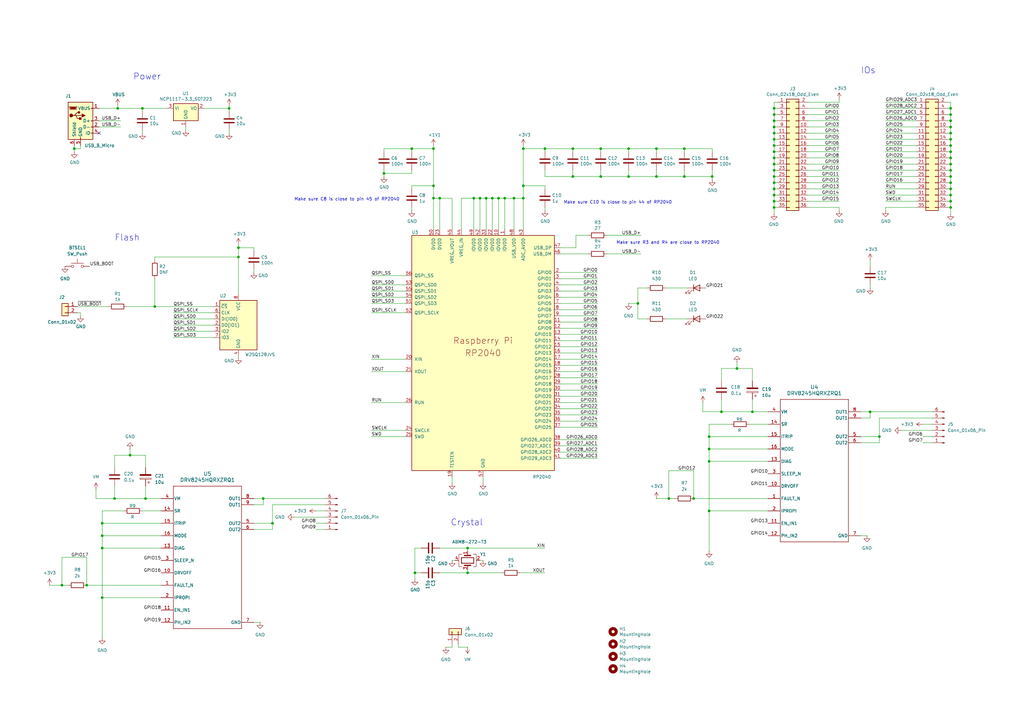
<source format=kicad_sch>
(kicad_sch (version 20231120) (generator "eeschema") (generator_version "8.0")
  (paper "A3")
  (title_block (title "RP2040 Minimal Design Example") (date "2024-01-16") (rev "REV2") (company "Raspberry Pi Ltd"))
  (junction (at 201.93 81.28))
  (junction (at 389.89 49.53))
  (junction (at 199.39 81.28))
  (junction (at 317.5 52.07))
  (junction (at 290.83 179.07))
  (junction (at 389.89 85.09))
  (junction (at 25.4 240.03))
  (junction (at 389.89 52.07))
  (junction (at 97.79 105.41))
  (junction (at 46.99 204.47))
  (junction (at 177.8 76.2))
  (junction (at 356.87 168.91))
  (junction (at 214.63 76.2))
  (junction (at 168.91 60.96))
  (junction (at 389.89 67.31))
  (junction (at 35.56 240.03))
  (junction (at 170.18 234.95))
  (junction (at 223.52 60.96))
  (junction (at 317.5 67.31))
  (junction (at 317.5 44.45))
  (junction (at 246.38 72.39))
  (junction (at 389.89 77.47))
  (junction (at 317.5 82.55))
  (junction (at 257.81 60.96))
  (junction (at 290.83 184.15))
  (junction (at 191.77 224.79))
  (junction (at 246.38 60.96))
  (junction (at 177.8 81.28))
  (junction (at 41.91 219.71))
  (junction (at 53.34 186.69))
  (junction (at 261.62 124.46))
  (junction (at 180.34 81.28))
  (junction (at 204.47 81.28))
  (junction (at 389.89 57.15))
  (junction (at 157.48 71.12))
  (junction (at 295.91 168.91))
  (junction (at 274.32 204.47))
  (junction (at 93.98 44.45))
  (junction (at 41.91 214.63))
  (junction (at 389.89 62.23))
  (junction (at 280.67 60.96))
  (junction (at 290.83 209.55))
  (junction (at 107.95 204.47))
  (junction (at 317.5 77.47))
  (junction (at 41.91 245.11))
  (junction (at 389.89 74.93))
  (junction (at 317.5 46.99))
  (junction (at 292.1 72.39))
  (junction (at 191.77 234.95))
  (junction (at 302.26 151.13))
  (junction (at 389.89 46.99))
  (junction (at 317.5 54.61))
  (junction (at 48.26 44.45))
  (junction (at 257.81 72.39))
  (junction (at 41.91 224.79))
  (junction (at 389.89 82.55))
  (junction (at 97.79 101.6))
  (junction (at 317.5 64.77))
  (junction (at 317.5 59.69))
  (junction (at 30.48 60.96))
  (junction (at 177.8 60.96))
  (junction (at 389.89 54.61))
  (junction (at 234.95 72.39))
  (junction (at 269.24 72.39))
  (junction (at 317.5 62.23))
  (junction (at 389.89 69.85))
  (junction (at 317.5 80.01))
  (junction (at 58.42 44.45))
  (junction (at 59.69 204.47))
  (junction (at 389.89 59.69))
  (junction (at 389.89 44.45))
  (junction (at 317.5 74.93))
  (junction (at 207.01 81.28))
  (junction (at 214.63 81.28))
  (junction (at 317.5 57.15))
  (junction (at 63.5 125.73))
  (junction (at 360.68 179.07))
  (junction (at 317.5 85.09))
  (junction (at 317.5 72.39))
  (junction (at 317.5 69.85))
  (junction (at 389.89 72.39))
  (junction (at 389.89 64.77))
  (junction (at 196.85 81.28))
  (junction (at 214.63 60.96))
  (junction (at 389.89 80.01))
  (junction (at 290.83 189.23))
  (junction (at 194.31 81.28))
  (junction (at 269.24 60.96))
  (junction (at 280.67 72.39))
  (junction (at 111.76 214.63))
  (junction (at 317.5 49.53))
  (junction (at 308.61 168.91))
  (junction (at 284.48 204.47))
  (junction (at 210.82 81.28))
  (junction (at 234.95 60.96))
  (no_connect (at 40.64 54.61))
  (wire (pts (xy 299.72 173.99) (xy 290.83 173.99)))
  (wire (pts (xy 177.8 81.28) (xy 177.8 93.98)))
  (wire (pts (xy 229.87 137.16) (xy 245.11 137.16)))
  (wire (pts (xy 157.48 71.12) (xy 168.91 71.12)))
  (wire (pts (xy 236.22 96.52) (xy 236.22 101.6)))
  (wire (pts (xy 389.89 67.31) (xy 389.89 69.85)))
  (wire (pts (xy 48.26 44.45) (xy 58.42 44.45)))
  (wire (pts (xy 295.91 168.91) (xy 308.61 168.91)))
  (wire (pts (xy 375.92 54.61) (xy 363.22 54.61)))
  (wire (pts (xy 246.38 60.96) (xy 257.81 60.96)))
  (wire (pts (xy 269.24 204.47) (xy 274.32 204.47)))
  (wire (pts (xy 111.76 207.01) (xy 133.35 207.01)))
  (wire (pts (xy 207.01 81.28) (xy 210.82 81.28)))
  (wire (pts (xy 41.91 219.71) (xy 66.04 219.71)))
  (wire (pts (xy 290.83 189.23) (xy 314.96 189.23)))
  (wire (pts (xy 104.14 217.17) (xy 111.76 217.17)))
  (wire (pts (xy 344.17 62.23) (xy 331.47 62.23)))
  (wire (pts (xy 317.5 74.93) (xy 317.5 77.47)))
  (wire (pts (xy 290.83 179.07) (xy 290.83 184.15)))
  (wire (pts (xy 356.87 116.84) (xy 356.87 118.11)))
  (wire (pts (xy 87.63 138.43) (xy 71.12 138.43)))
  (wire (pts (xy 129.54 209.55) (xy 133.35 209.55)))
  (wire (pts (xy 246.38 62.23) (xy 246.38 60.96)))
  (wire (pts (xy 177.8 59.69) (xy 177.8 60.96)))
  (wire (pts (xy 229.87 149.86) (xy 245.11 149.86)))
  (wire (pts (xy 389.89 52.07) (xy 389.89 54.61)))
  (wire (pts (xy 375.92 62.23) (xy 363.22 62.23)))
  (wire (pts (xy 261.62 130.81) (xy 265.43 130.81)))
  (wire (pts (xy 97.79 101.6) (xy 97.79 105.41)))
  (wire (pts (xy 104.14 214.63) (xy 111.76 214.63)))
  (wire (pts (xy 58.42 53.34) (xy 58.42 54.61)))
  (wire (pts (xy 229.87 175.26) (xy 245.11 175.26)))
  (wire (pts (xy 39.37 200.66) (xy 39.37 204.47)))
  (wire (pts (xy 194.31 81.28) (xy 196.85 81.28)))
  (wire (pts (xy 229.87 170.18) (xy 245.11 170.18)))
  (wire (pts (xy 48.26 43.18) (xy 48.26 44.45)))
  (wire (pts (xy 229.87 104.14) (xy 241.3 104.14)))
  (wire (pts (xy 191.77 265.43) (xy 187.96 265.43)))
  (wire (pts (xy 265.43 118.11) (xy 261.62 118.11)))
  (wire (pts (xy 344.17 86.36) (xy 344.17 85.09)))
  (wire (pts (xy 360.68 179.07) (xy 360.68 171.45)))
  (wire (pts (xy 53.34 184.15) (xy 53.34 186.69)))
  (wire (pts (xy 229.87 111.76) (xy 245.11 111.76)))
  (wire (pts (xy 257.81 124.46) (xy 261.62 124.46)))
  (wire (pts (xy 71.12 128.27) (xy 87.63 128.27)))
  (wire (pts (xy 41.91 224.79) (xy 66.04 224.79)))
  (wire (pts (xy 97.79 100.33) (xy 97.79 101.6)))
  (wire (pts (xy 248.92 96.52) (xy 262.89 96.52)))
  (wire (pts (xy 318.77 85.09) (xy 317.5 85.09)))
  (wire (pts (xy 25.4 228.6) (xy 35.56 228.6)))
  (wire (pts (xy 185.42 93.98) (xy 185.42 81.28)))
  (wire (pts (xy 389.89 74.93) (xy 389.89 77.47)))
  (wire (pts (xy 318.77 41.91) (xy 317.5 41.91)))
  (wire (pts (xy 344.17 85.09) (xy 331.47 85.09)))
  (wire (pts (xy 389.89 44.45) (xy 389.89 46.99)))
  (wire (pts (xy 314.96 179.07) (xy 290.83 179.07)))
  (wire (pts (xy 246.38 69.85) (xy 246.38 72.39)))
  (wire (pts (xy 46.99 199.39) (xy 46.99 204.47)))
  (wire (pts (xy 229.87 116.84) (xy 245.11 116.84)))
  (wire (pts (xy 58.42 45.72) (xy 58.42 44.45)))
  (wire (pts (xy 177.8 76.2) (xy 177.8 81.28)))
  (wire (pts (xy 389.89 49.53) (xy 389.89 52.07)))
  (wire (pts (xy 185.42 229.87) (xy 186.69 229.87)))
  (wire (pts (xy 189.23 81.28) (xy 194.31 81.28)))
  (wire (pts (xy 157.48 60.96) (xy 168.91 60.96)))
  (wire (pts (xy 302.26 151.13) (xy 308.61 151.13)))
  (wire (pts (xy 344.17 59.69) (xy 331.47 59.69)))
  (wire (pts (xy 229.87 185.42) (xy 245.11 185.42)))
  (wire (pts (xy 63.5 114.3) (xy 63.5 125.73)))
  (wire (pts (xy 353.06 171.45) (xy 356.87 171.45)))
  (wire (pts (xy 389.89 80.01) (xy 389.89 82.55)))
  (wire (pts (xy 317.5 77.47) (xy 317.5 80.01)))
  (wire (pts (xy 187.96 264.16) (xy 187.96 265.43)))
  (wire (pts (xy 157.48 69.85) (xy 157.48 71.12)))
  (wire (pts (xy 273.05 118.11) (xy 281.94 118.11)))
  (wire (pts (xy 317.5 49.53) (xy 317.5 52.07)))
  (wire (pts (xy 39.37 204.47) (xy 46.99 204.47)))
  (wire (pts (xy 318.77 67.31) (xy 317.5 67.31)))
  (wire (pts (xy 196.85 229.87) (xy 198.12 229.87)))
  (wire (pts (xy 318.77 64.77) (xy 317.5 64.77)))
  (wire (pts (xy 152.4 124.46) (xy 166.37 124.46)))
  (wire (pts (xy 344.17 80.01) (xy 331.47 80.01)))
  (wire (pts (xy 388.62 49.53) (xy 389.89 49.53)))
  (wire (pts (xy 180.34 224.79) (xy 191.77 224.79)))
  (wire (pts (xy 344.17 72.39) (xy 331.47 72.39)))
  (wire (pts (xy 308.61 163.83) (xy 308.61 168.91)))
  (wire (pts (xy 388.62 46.99) (xy 389.89 46.99)))
  (wire (pts (xy 308.61 168.91) (xy 314.96 168.91)))
  (wire (pts (xy 93.98 45.72) (xy 93.98 44.45)))
  (wire (pts (xy 214.63 81.28) (xy 214.63 93.98)))
  (wire (pts (xy 168.91 60.96) (xy 177.8 60.96)))
  (wire (pts (xy 284.48 204.47) (xy 314.96 204.47)))
  (wire (pts (xy 44.45 125.73) (xy 31.75 125.73)))
  (wire (pts (xy 375.92 49.53) (xy 363.22 49.53)))
  (wire (pts (xy 214.63 76.2) (xy 223.52 76.2)))
  (wire (pts (xy 97.79 146.685) (xy 97.79 146.05)))
  (wire (pts (xy 360.68 181.61) (xy 360.68 179.07)))
  (wire (pts (xy 199.39 93.98) (xy 199.39 81.28)))
  (wire (pts (xy 40.64 49.53) (xy 49.53 49.53)))
  (wire (pts (xy 344.17 69.85) (xy 331.47 69.85)))
  (wire (pts (xy 177.8 60.96) (xy 177.8 76.2)))
  (wire (pts (xy 295.91 151.13) (xy 302.26 151.13)))
  (wire (pts (xy 210.82 81.28) (xy 214.63 81.28)))
  (wire (pts (xy 152.4 119.38) (xy 166.37 119.38)))
  (wire (pts (xy 274.32 193.04) (xy 274.32 204.47)))
  (wire (pts (xy 166.37 165.1) (xy 152.4 165.1)))
  (wire (pts (xy 111.76 214.63) (xy 111.76 207.01)))
  (wire (pts (xy 59.69 199.39) (xy 59.69 204.47)))
  (wire (pts (xy 273.05 130.81) (xy 281.94 130.81)))
  (wire (pts (xy 269.24 62.23) (xy 269.24 60.96)))
  (wire (pts (xy 375.92 44.45) (xy 363.22 44.45)))
  (wire (pts (xy 378.46 179.07) (xy 382.27 179.07)))
  (wire (pts (xy 196.85 81.28) (xy 199.39 81.28)))
  (wire (pts (xy 87.63 133.35) (xy 71.12 133.35)))
  (wire (pts (xy 344.17 52.07) (xy 331.47 52.07)))
  (wire (pts (xy 389.89 62.23) (xy 389.89 64.77)))
  (wire (pts (xy 344.17 46.99) (xy 331.47 46.99)))
  (wire (pts (xy 388.62 82.55) (xy 389.89 82.55)))
  (wire (pts (xy 223.52 62.23) (xy 223.52 60.96)))
  (wire (pts (xy 318.77 52.07) (xy 317.5 52.07)))
  (wire (pts (xy 378.46 173.99) (xy 382.27 173.99)))
  (wire (pts (xy 41.91 209.55) (xy 41.91 214.63)))
  (wire (pts (xy 317.5 54.61) (xy 317.5 57.15)))
  (wire (pts (xy 214.63 60.96) (xy 223.52 60.96)))
  (wire (pts (xy 104.14 101.6) (xy 97.79 101.6)))
  (wire (pts (xy 207.01 81.28) (xy 207.01 93.98)))
  (wire (pts (xy 196.85 93.98) (xy 196.85 81.28)))
  (wire (pts (xy 388.62 67.31) (xy 389.89 67.31)))
  (wire (pts (xy 33.02 59.69) (xy 33.02 60.96)))
  (wire (pts (xy 191.77 233.68) (xy 191.77 234.95)))
  (wire (pts (xy 170.18 234.95) (xy 170.18 237.49)))
  (wire (pts (xy 295.91 156.21) (xy 295.91 151.13)))
  (wire (pts (xy 229.87 101.6) (xy 236.22 101.6)))
  (wire (pts (xy 290.83 209.55) (xy 290.83 189.23)))
  (wire (pts (xy 129.54 214.63) (xy 133.35 214.63)))
  (wire (pts (xy 284.48 204.47) (xy 284.48 193.04)))
  (wire (pts (xy 104.14 207.01) (xy 107.95 207.01)))
  (wire (pts (xy 389.89 64.77) (xy 389.89 67.31)))
  (wire (pts (xy 388.62 54.61) (xy 389.89 54.61)))
  (wire (pts (xy 214.63 60.96) (xy 214.63 76.2)))
  (wire (pts (xy 388.62 59.69) (xy 389.89 59.69)))
  (wire (pts (xy 76.2 52.07) (xy 76.2 53.34)))
  (wire (pts (xy 166.37 152.4) (xy 152.4 152.4)))
  (wire (pts (xy 166.37 113.03) (xy 152.4 113.03)))
  (wire (pts (xy 317.5 72.39) (xy 317.5 74.93)))
  (wire (pts (xy 269.24 60.96) (xy 280.67 60.96)))
  (wire (pts (xy 292.1 69.85) (xy 292.1 72.39)))
  (wire (pts (xy 213.36 234.95) (xy 223.52 234.95)))
  (wire (pts (xy 356.87 168.91) (xy 382.27 168.91)))
  (wire (pts (xy 83.82 44.45) (xy 93.98 44.45)))
  (wire (pts (xy 229.87 147.32) (xy 245.11 147.32)))
  (wire (pts (xy 318.77 46.99) (xy 317.5 46.99)))
  (wire (pts (xy 375.92 72.39) (xy 363.22 72.39)))
  (wire (pts (xy 229.87 127) (xy 245.11 127)))
  (wire (pts (xy 168.91 71.12) (xy 168.91 69.85)))
  (wire (pts (xy 318.77 77.47) (xy 317.5 77.47)))
  (wire (pts (xy 234.95 62.23) (xy 234.95 60.96)))
  (wire (pts (xy 234.95 72.39) (xy 223.52 72.39)))
  (wire (pts (xy 229.87 180.34) (xy 245.11 180.34)))
  (wire (pts (xy 308.61 151.13) (xy 308.61 156.21)))
  (wire (pts (xy 25.4 240.03) (xy 27.94 240.03)))
  (wire (pts (xy 214.63 76.2) (xy 214.63 81.28)))
  (wire (pts (xy 389.89 72.39) (xy 389.89 74.93)))
  (wire (pts (xy 214.63 59.69) (xy 214.63 60.96)))
  (wire (pts (xy 389.89 46.99) (xy 389.89 49.53)))
  (wire (pts (xy 50.8 209.55) (xy 41.91 209.55)))
  (wire (pts (xy 229.87 129.54) (xy 245.11 129.54)))
  (wire (pts (xy 168.91 77.47) (xy 168.91 76.2)))
  (wire (pts (xy 87.63 135.89) (xy 71.12 135.89)))
  (wire (pts (xy 31.75 128.27) (xy 33.02 128.27)))
  (wire (pts (xy 234.95 60.96) (xy 246.38 60.96)))
  (wire (pts (xy 317.5 41.91) (xy 317.5 44.45)))
  (wire (pts (xy 378.46 181.61) (xy 382.27 181.61)))
  (wire (pts (xy 375.92 69.85) (xy 363.22 69.85)))
  (wire (pts (xy 52.07 125.73) (xy 63.5 125.73)))
  (wire (pts (xy 318.77 59.69) (xy 317.5 59.69)))
  (wire (pts (xy 317.5 85.09) (xy 317.5 87.63)))
  (wire (pts (xy 388.62 85.09) (xy 389.89 85.09)))
  (wire (pts (xy 30.48 59.69) (xy 30.48 60.96)))
  (wire (pts (xy 290.83 184.15) (xy 314.96 184.15)))
  (wire (pts (xy 317.5 82.55) (xy 317.5 85.09)))
  (wire (pts (xy 229.87 187.96) (xy 245.11 187.96)))
  (wire (pts (xy 388.62 41.91) (xy 389.89 41.91)))
  (wire (pts (xy 104.14 204.47) (xy 107.95 204.47)))
  (wire (pts (xy 290.83 226.06) (xy 290.83 209.55)))
  (wire (pts (xy 41.91 245.11) (xy 41.91 224.79)))
  (wire (pts (xy 363.22 85.09) (xy 375.92 85.09)))
  (wire (pts (xy 317.5 59.69) (xy 317.5 62.23)))
  (wire (pts (xy 317.5 44.45) (xy 317.5 46.99)))
  (wire (pts (xy 317.5 64.77) (xy 317.5 67.31)))
  (wire (pts (xy 234.95 69.85) (xy 234.95 72.39)))
  (wire (pts (xy 288.29 168.91) (xy 295.91 168.91)))
  (wire (pts (xy 317.5 80.01) (xy 317.5 82.55)))
  (wire (pts (xy 180.34 93.98) (xy 180.34 81.28)))
  (wire (pts (xy 389.89 59.69) (xy 389.89 62.23)))
  (wire (pts (xy 280.67 72.39) (xy 292.1 72.39)))
  (wire (pts (xy 317.5 57.15) (xy 317.5 59.69)))
  (wire (pts (xy 33.02 60.96) (xy 30.48 60.96)))
  (wire (pts (xy 375.92 77.47) (xy 363.22 77.47)))
  (wire (pts (xy 344.17 57.15) (xy 331.47 57.15)))
  (wire (pts (xy 274.32 204.47) (xy 276.86 204.47)))
  (wire (pts (xy 68.58 44.45) (xy 58.42 44.45)))
  (wire (pts (xy 261.62 124.46) (xy 261.62 130.81)))
  (wire (pts (xy 269.24 69.85) (xy 269.24 72.39)))
  (wire (pts (xy 388.62 74.93) (xy 389.89 74.93)))
  (wire (pts (xy 388.62 72.39) (xy 389.89 72.39)))
  (wire (pts (xy 223.52 60.96) (xy 234.95 60.96)))
  (wire (pts (xy 223.52 85.09) (xy 223.52 86.36)))
  (wire (pts (xy 388.62 77.47) (xy 389.89 77.47)))
  (wire (pts (xy 229.87 132.08) (xy 245.11 132.08)))
  (wire (pts (xy 318.77 72.39) (xy 317.5 72.39)))
  (wire (pts (xy 204.47 93.98) (xy 204.47 81.28)))
  (wire (pts (xy 318.77 80.01) (xy 317.5 80.01)))
  (wire (pts (xy 180.34 234.95) (xy 191.77 234.95)))
  (wire (pts (xy 318.77 49.53) (xy 317.5 49.53)))
  (wire (pts (xy 172.72 234.95) (xy 170.18 234.95)))
  (wire (pts (xy 46.99 204.47) (xy 59.69 204.47)))
  (wire (pts (xy 344.17 82.55) (xy 331.47 82.55)))
  (wire (pts (xy 191.77 234.95) (xy 205.74 234.95)))
  (wire (pts (xy 59.69 186.69) (xy 59.69 191.77)))
  (wire (pts (xy 318.77 82.55) (xy 317.5 82.55)))
  (wire (pts (xy 307.34 173.99) (xy 314.96 173.99)))
  (wire (pts (xy 229.87 119.38) (xy 245.11 119.38)))
  (wire (pts (xy 107.95 207.01) (xy 107.95 204.47)))
  (wire (pts (xy 292.1 62.23) (xy 292.1 60.96)))
  (wire (pts (xy 166.37 179.07) (xy 152.4 179.07)))
  (wire (pts (xy 199.39 81.28) (xy 201.93 81.28)))
  (wire (pts (xy 317.5 62.23) (xy 317.5 64.77)))
  (wire (pts (xy 292.1 72.39) (xy 292.1 73.66)))
  (wire (pts (xy 388.62 57.15) (xy 389.89 57.15)))
  (wire (pts (xy 356.87 106.68) (xy 356.87 109.22)))
  (wire (pts (xy 229.87 157.48) (xy 245.11 157.48)))
  (wire (pts (xy 318.77 62.23) (xy 317.5 62.23)))
  (wire (pts (xy 389.89 41.91) (xy 389.89 44.45)))
  (wire (pts (xy 295.91 163.83) (xy 295.91 168.91)))
  (wire (pts (xy 360.68 171.45) (xy 382.27 171.45)))
  (wire (pts (xy 166.37 128.27) (xy 152.4 128.27)))
  (wire (pts (xy 274.32 193.04) (xy 284.48 193.04)))
  (wire (pts (xy 318.77 69.85) (xy 317.5 69.85)))
  (wire (pts (xy 198.12 195.58) (xy 198.12 198.12)))
  (wire (pts (xy 344.17 41.91) (xy 344.17 40.64)))
  (wire (pts (xy 168.91 76.2) (xy 177.8 76.2)))
  (wire (pts (xy 229.87 154.94) (xy 245.11 154.94)))
  (wire (pts (xy 87.63 130.81) (xy 71.12 130.81)))
  (wire (pts (xy 246.38 72.39) (xy 234.95 72.39)))
  (wire (pts (xy 375.92 52.07) (xy 363.22 52.07)))
  (wire (pts (xy 223.52 69.85) (xy 223.52 72.39)))
  (wire (pts (xy 375.92 57.15) (xy 363.22 57.15)))
  (wire (pts (xy 344.17 64.77) (xy 331.47 64.77)))
  (wire (pts (xy 389.89 77.47) (xy 389.89 80.01)))
  (wire (pts (xy 375.92 80.01) (xy 363.22 80.01)))
  (wire (pts (xy 344.17 49.53) (xy 331.47 49.53)))
  (wire (pts (xy 185.42 195.58) (xy 185.42 198.12)))
  (wire (pts (xy 229.87 160.02) (xy 245.11 160.02)))
  (wire (pts (xy 172.72 224.79) (xy 170.18 224.79)))
  (wire (pts (xy 229.87 139.7) (xy 245.11 139.7)))
  (wire (pts (xy 375.92 82.55) (xy 363.22 82.55)))
  (wire (pts (xy 41.91 214.63) (xy 41.91 219.71)))
  (wire (pts (xy 229.87 165.1) (xy 245.11 165.1)))
  (wire (pts (xy 318.77 54.61) (xy 317.5 54.61)))
  (wire (pts (xy 35.56 240.03) (xy 66.04 240.03)))
  (wire (pts (xy 120.65 212.09) (xy 133.35 212.09)))
  (wire (pts (xy 180.34 81.28) (xy 177.8 81.28)))
  (wire (pts (xy 104.14 255.27) (xy 106.68 255.27)))
  (wire (pts (xy 248.92 104.14) (xy 262.89 104.14)))
  (wire (pts (xy 388.62 64.77) (xy 389.89 64.77)))
  (wire (pts (xy 41.91 219.71) (xy 41.91 224.79)))
  (wire (pts (xy 353.06 168.91) (xy 356.87 168.91)))
  (wire (pts (xy 388.62 52.07) (xy 389.89 52.07)))
  (wire (pts (xy 229.87 144.78) (xy 245.11 144.78)))
  (wire (pts (xy 353.06 179.07) (xy 360.68 179.07)))
  (wire (pts (xy 58.42 209.55) (xy 66.04 209.55)))
  (wire (pts (xy 280.67 72.39) (xy 269.24 72.39)))
  (wire (pts (xy 170.18 224.79) (xy 170.18 234.95)))
  (wire (pts (xy 46.99 191.77) (xy 46.99 186.69)))
  (wire (pts (xy 317.5 67.31) (xy 317.5 69.85)))
  (wire (pts (xy 290.83 184.15) (xy 290.83 189.23)))
  (wire (pts (xy 317.5 52.07) (xy 317.5 54.61)))
  (wire (pts (xy 317.5 46.99) (xy 317.5 49.53)))
  (wire (pts (xy 288.29 165.1) (xy 288.29 168.91)))
  (wire (pts (xy 191.77 226.06) (xy 191.77 224.79)))
  (wire (pts (xy 152.4 116.84) (xy 166.37 116.84)))
  (wire (pts (xy 353.06 219.71) (xy 355.6 219.71)))
  (wire (pts (xy 363.22 86.36) (xy 363.22 85.09)))
  (wire (pts (xy 201.93 81.28) (xy 204.47 81.28)))
  (wire (pts (xy 229.87 134.62) (xy 245.11 134.62)))
  (wire (pts (xy 388.62 62.23) (xy 389.89 62.23)))
  (wire (pts (xy 229.87 152.4) (xy 245.11 152.4)))
  (wire (pts (xy 344.17 67.31) (xy 331.47 67.31)))
  (wire (pts (xy 20.32 240.03) (xy 25.4 240.03)))
  (wire (pts (xy 157.48 62.23) (xy 157.48 60.96)))
  (wire (pts (xy 25.4 228.6) (xy 25.4 240.03)))
  (wire (pts (xy 389.89 57.15) (xy 389.89 59.69)))
  (wire (pts (xy 236.22 96.52) (xy 241.3 96.52)))
  (wire (pts (xy 104.14 110.49) (xy 104.14 111.76)))
  (wire (pts (xy 157.48 71.12) (xy 157.48 72.39)))
  (wire (pts (xy 280.67 69.85) (xy 280.67 72.39)))
  (wire (pts (xy 152.4 147.32) (xy 166.37 147.32)))
  (wire (pts (xy 229.87 142.24) (xy 245.11 142.24)))
  (wire (pts (xy 344.17 77.47) (xy 331.47 77.47)))
  (wire (pts (xy 257.81 60.96) (xy 269.24 60.96)))
  (wire (pts (xy 388.62 44.45) (xy 389.89 44.45)))
  (wire (pts (xy 318.77 74.93) (xy 317.5 74.93)))
  (wire (pts (xy 375.92 41.91) (xy 363.22 41.91)))
  (wire (pts (xy 344.17 44.45) (xy 331.47 44.45)))
  (wire (pts (xy 223.52 77.47) (xy 223.52 76.2)))
  (wire (pts (xy 182.88 265.43) (xy 185.42 265.43)))
  (wire (pts (xy 375.92 59.69) (xy 363.22 59.69)))
  (wire (pts (xy 344.17 54.61) (xy 331.47 54.61)))
  (wire (pts (xy 152.4 121.92) (xy 166.37 121.92)))
  (wire (pts (xy 389.89 69.85) (xy 389.89 72.39)))
  (wire (pts (xy 229.87 124.46) (xy 245.11 124.46)))
  (wire (pts (xy 317.5 69.85) (xy 317.5 72.39)))
  (wire (pts (xy 229.87 167.64) (xy 245.11 167.64)))
  (wire (pts (xy 229.87 114.3) (xy 245.11 114.3)))
  (wire (pts (xy 257.81 72.39) (xy 246.38 72.39)))
  (wire (pts (xy 318.77 57.15) (xy 317.5 57.15)))
  (wire (pts (xy 35.56 240.03) (xy 35.56 228.6)))
  (wire (pts (xy 104.14 102.87) (xy 104.14 101.6)))
  (wire (pts (xy 269.24 72.39) (xy 257.81 72.39)))
  (wire (pts (xy 356.87 171.45) (xy 356.87 168.91)))
  (wire (pts (xy 290.83 209.55) (xy 314.96 209.55)))
  (wire (pts (xy 111.76 217.17) (xy 111.76 214.63)))
  (wire (pts (xy 375.92 67.31) (xy 363.22 67.31)))
  (wire (pts (xy 204.47 81.28) (xy 207.01 81.28)))
  (wire (pts (xy 63.5 125.73) (xy 87.63 125.73)))
  (wire (pts (xy 194.31 93.98) (xy 194.31 81.28)))
  (wire (pts (xy 40.64 44.45) (xy 48.26 44.45)))
  (wire (pts (xy 375.92 46.99) (xy 363.22 46.99)))
  (wire (pts (xy 66.04 214.63) (xy 41.91 214.63)))
  (wire (pts (xy 318.77 44.45) (xy 317.5 44.45)))
  (wire (pts (xy 353.06 181.61) (xy 360.68 181.61)))
  (wire (pts (xy 41.91 261.62) (xy 41.91 245.11)))
  (wire (pts (xy 389.89 54.61) (xy 389.89 57.15)))
  (wire (pts (xy 201.93 93.98) (xy 201.93 81.28)))
  (wire (pts (xy 168.91 62.23) (xy 168.91 60.96)))
  (wire (pts (xy 290.83 173.99) (xy 290.83 179.07)))
  (wire (pts (xy 185.42 81.28) (xy 180.34 81.28)))
  (wire (pts (xy 375.92 74.93) (xy 363.22 74.93)))
  (wire (pts (xy 280.67 60.96) (xy 292.1 60.96)))
  (wire (pts (xy 280.67 62.23) (xy 280.67 60.96)))
  (wire (pts (xy 185.42 265.43) (xy 185.42 264.16)))
  (wire (pts (xy 129.54 217.17) (xy 133.35 217.17)))
  (wire (pts (xy 257.81 69.85) (xy 257.81 72.39)))
  (wire (pts (xy 229.87 162.56) (xy 245.11 162.56)))
  (wire (pts (xy 388.62 80.01) (xy 389.89 80.01)))
  (wire (pts (xy 229.87 172.72) (xy 245.11 172.72)))
  (wire (pts (xy 210.82 93.98) (xy 210.82 81.28)))
  (wire (pts (xy 257.81 62.23) (xy 257.81 60.96)))
  (wire (pts (xy 59.69 204.47) (xy 66.04 204.47)))
  (wire (pts (xy 166.37 176.53) (xy 152.4 176.53)))
  (wire (pts (xy 375.92 64.77) (xy 363.22 64.77)))
  (wire (pts (xy 261.62 118.11) (xy 261.62 124.46)))
  (wire (pts (xy 46.99 186.69) (xy 53.34 186.69)))
  (wire (pts (xy 41.91 245.11) (xy 66.04 245.11)))
  (wire (pts (xy 189.23 93.98) (xy 189.23 81.28)))
  (wire (pts (xy 389.89 85.09) (xy 389.89 87.63)))
  (wire (pts (xy 168.91 85.09) (xy 168.91 86.36)))
  (wire (pts (xy 93.98 53.34) (xy 93.98 54.61)))
  (wire (pts (xy 344.17 74.93) (xy 331.47 74.93)))
  (wire (pts (xy 344.17 41.91) (xy 331.47 41.91)))
  (wire (pts (xy 30.48 60.96) (xy 30.48 62.23)))
  (wire (pts (xy 389.89 82.55) (xy 389.89 85.09)))
  (wire (pts (xy 63.5 106.68) (xy 63.5 105.41)))
  (wire (pts (xy 107.95 204.47) (xy 133.35 204.47)))
  (wire (pts (xy 63.5 105.41) (xy 97.79 105.41)))
  (wire (pts (xy 93.98 44.45) (xy 93.98 43.18)))
  (wire (pts (xy 229.87 182.88) (xy 245.11 182.88)))
  (wire (pts (xy 229.87 121.92) (xy 245.11 121.92)))
  (wire (pts (xy 369.57 176.53) (xy 382.27 176.53)))
  (wire (pts (xy 40.64 52.07) (xy 49.53 52.07)))
  (wire (pts (xy 33.02 128.27) (xy 33.02 129.54)))
  (wire (pts (xy 388.62 69.85) (xy 389.89 69.85)))
  (wire (pts (xy 97.79 105.41) (xy 97.79 120.65)))
  (wire (pts (xy 53.34 186.69) (xy 59.69 186.69)))
  (wire (pts (xy 302.26 148.59) (xy 302.26 151.13)))
  (wire (pts (xy 191.77 224.79) (xy 223.52 224.79)))
  (text "IOs" (at 353.06 30.48 0) (effects (font (size 2.54 2.54)) (justify left bottom)))
  (text "Power" (at 54.61 33.02 0) (effects (font (size 2.54 2.54)) (justify left bottom)))
  (text "Crystal" (at 184.785 215.9 0) (effects (font (size 2.54 2.54)) (justify left bottom)))
  (text "Make sure C8 is close to pin 45 of RP2040" (at 120.65 82.55 0) (effects (font (size 1.27 1.27)) (justify left bottom)))
  (text "Make sure C10 is close to pin 44 of RP2040" (at 231.14 83.82 0) (effects (font (size 1.27 1.27)) (justify left bottom)))
  (text "Make sure R3 and R4 are close to RP2040" (at 252.73 100.33 0) (effects (font (size 1.27 1.27)) (justify left bottom)))
  (text "Flash" (at 46.99 99.06 0) (effects (font (size 2.54 2.54)) (justify left bottom)))
  (label "XOUT" (at 223.52 234.95 180))
  (label "GPIO11" (at 314.96 199.39 180))
  (label "GPIO24" (at 363.22 54.61 0))
  (label "GPIO3" (at 344.17 52.07 180))
  (label "USB_D-" (at 49.53 52.07 180))
  (label "QSPI_SS" (at 71.12 125.73 0))
  (label "QSPI_SD3" (at 71.12 138.43 0))
  (label "GPIO7" (at 344.17 62.23 180))
  (label "QSPI_SD2" (at 152.4 121.92 0))
  (label "GPIO10" (at 314.96 194.31 180))
  (label "USB_D-" (at 262.89 104.14 180))
  (label "GPIO4" (at 245.11 121.92 180))
  (label "GPIO21" (at 363.22 62.23 0))
  (label "GPIO15" (at 66.04 229.87 180))
  (label "RUN" (at 152.4 165.1 0))
  (label "GPIO12" (at 278.13 193.04 0))
  (label "XOUT" (at 152.4 152.4 0))
  (label "GPIO16" (at 66.04 234.95 180))
  (label "GPIO10" (at 344.17 69.85 180))
  (label "GPIO29_ADC3" (at 245.11 187.96 180))
  (label "QSPI_SD1" (at 152.4 119.38 0))
  (label "GPIO13" (at 245.11 144.78 180))
  (label "GPIO18" (at 66.04 250.19 180))
  (label "GPIO6" (at 245.11 127 180))
  (label "USB_D+" (at 262.89 96.52 180))
  (label "GPIO29_ADC3" (at 363.22 41.91 0))
  (label "GPIO28_ADC2" (at 363.22 44.45 0))
  (label "SWD" (at 152.4 179.07 0))
  (label "GPIO20" (at 245.11 162.56 180))
  (label "QSPI_SD1" (at 71.12 133.35 0))
  (label "QSPI_SD3" (at 152.4 124.46 0))
  (label "GPIO6" (at 344.17 59.69 180))
  (label "SWD" (at 363.22 80.01 0))
  (label "RUN" (at 363.22 77.47 0))
  (label "GPIO18" (at 245.11 157.48 180))
  (label "GPIO25" (at 245.11 175.26 180))
  (label "GPIO2" (at 344.17 49.53 180))
  (label "GPIO1" (at 344.17 46.99 180))
  (label "GPIO0" (at 245.11 111.76 180))
  (label "GPIO8" (at 344.17 64.77 180))
  (label "GPIO11" (at 344.17 72.39 180))
  (label "GPIO7" (at 378.46 181.61 180))
  (label "GPIO21" (at 245.11 165.1 180))
  (label "GPIO11" (at 245.11 139.7 180))
  (label "GPIO17" (at 363.22 72.39 0))
  (label "GPIO6" (at 378.46 179.07 180))
  (label "GPIO27_ADC1" (at 245.11 182.88 180))
  (label "GPIO19" (at 66.04 255.27 180))
  (label "GPIO8" (at 129.54 214.63 180))
  (label "GPIO1" (at 245.11 114.3 180))
  (label "XIN" (at 223.52 224.79 180))
  (label "USB_D+" (at 49.53 49.53 180))
  (label "GPIO4" (at 344.17 54.61 180))
  (label "GPIO14" (at 314.96 219.71 180))
  (label "GPIO14" (at 245.11 147.32 180))
  (label "USB_BOOT" (at 36.83 109.22 0))
  (label "GPIO3" (at 245.11 119.38 180))
  (label "GPIO10" (at 245.11 137.16 180))
  (label "GPIO23" (at 245.11 170.18 180))
  (label "SWCLK" (at 152.4 176.53 0))
  (label "GPIO22" (at 289.56 130.81 0))
  (label "GPIO9" (at 344.17 67.31 180))
  (label "QSPI_SCLK" (at 152.4 128.27 0))
  (label "GPIO27_ADC1" (at 363.22 46.99 0))
  (label "GPIO25" (at 363.22 52.07 0))
  (label "GPIO12" (at 344.17 74.93 180))
  (label "QSPI_SD0" (at 152.4 116.84 0))
  (label "GPIO5" (at 344.17 57.15 180))
  (label "GPIO17" (at 245.11 154.94 180))
  (label "GPIO18" (at 363.22 69.85 0))
  (label "GPIO2" (at 245.11 116.84 180))
  (label "GPIO9" (at 245.11 134.62 180))
  (label "GPIO15" (at 245.11 149.86 180))
  (label "GPIO12" (at 245.11 142.24 180))
  (label "GPIO24" (at 245.11 172.72 180))
  (label "GPIO5" (at 245.11 124.46 180))
  (label "GPIO22" (at 245.11 167.64 180))
  (label "SWCLK" (at 363.22 82.55 0))
  (label "GPIO19" (at 245.11 160.02 180))
  (label "QSPI_SS" (at 152.4 113.03 0))
  (label "QSPI_SD2" (at 71.12 135.89 0))
  (label "QSPI_SD0" (at 71.12 130.81 0))
  (label "GPIO13" (at 314.96 214.63 180))
  (label "QSPI_SCLK" (at 71.12 128.27 0))
  (label "~{USB_BOOT}" (at 31.75 125.73 0))
  (label "GPIO20" (at 363.22 64.77 0))
  (label "GPIO21" (at 289.56 118.11 0))
  (label "GPIO26_ADC0" (at 245.11 180.34 180))
  (label "GPIO28_ADC2" (at 245.11 185.42 180))
  (label "GPIO16" (at 245.11 152.4 180))
  (label "GPIO8" (at 245.11 132.08 180))
  (label "XIN" (at 152.4 147.32 0))
  (label "GPIO23" (at 363.22 57.15 0))
  (label "GPIO22" (at 363.22 59.69 0))
  (label "GPIO15" (at 344.17 82.55 180))
  (label "GPIO9" (at 129.54 217.17 180))
  (label "GPIO16" (at 363.22 74.93 0))
  (label "GPIO26_ADC0" (at 363.22 49.53 0))
  (label "GPIO13" (at 344.17 77.47 180))
  (label "GPIO19" (at 363.22 67.31 0))
  (label "GPIO7" (at 245.11 129.54 180))
  (label "GPIO0" (at 344.17 44.45 180))
  (label "GPIO14" (at 344.17 80.01 180))
  (label "GPIO17" (at 29.21 228.6 0))
  (symbol (lib_id "MCU_RaspberryPi_RP2040:RP2040") (at 198.12 144.78 0) (unit 1)
    (property "Reference" "U3" (at 170.18 95.25 0))
    (property "Value" "RP2040" (at 222.25 195.58 0))
    (property "Footprint" "RP2040_minimal:RP2040-QFN-56" (effects (hide yes)))
  )
  (symbol (lib_id "Memory_Flash:W25Q128JVS") (at 97.79 133.35 0) (unit 1)
    (property "Reference" "U2" (at 91.44 121.285 0))
    (property "Value" "W25Q128JVS" (at 106.68 145.415 0))
    (property "Footprint" "Package_SO:SOIC-8_5.23x5.23mm_P1.27mm" (effects (hide yes)))
    (property "Datasheet" "http://www.winbond.com/resource-files/w25q128jv_dtr%20revc%2003272018%20plus.pdf" (effects (hide yes)))
  )
  (symbol (lib_id "power:+3V3") (at 97.79 100.33 0) (unit 1)
    (property "Reference" "#PWR07" (effects (hide yes)))
    (property "Value" "+3V3" (at 98.171 95.9358 0))
  )
  (symbol (lib_id "power:GND") (at 97.79 146.685 0) (unit 1)
    (property "Reference" "#PWR08" (effects (hide yes)))
    (property "Value" "GND" (at 93.98 147.955 0))
  )
  (symbol (lib_id "Device:R") (at 63.5 110.49 0) (unit 1)
    (property "Reference" "R2" (at 65.278 109.3216 0) (effects (justify left)))
    (property "Value" "DNF" (at 65.278 111.633 0) (effects (justify left)))
    (property "Footprint" "Resistor_SMD:R_0402_1005Metric" (effects (hide yes)))
  )
  (symbol (lib_id "Device:R") (at 48.26 125.73 270) (unit 1)
    (property "Reference" "R1" (at 48.26 120.4722 90))
    (property "Value" "1k" (at 48.26 122.7836 90))
    (property "Footprint" "Resistor_SMD:R_0402_1005Metric" (effects (hide yes)))
  )
  (symbol (lib_id "Device:C") (at 104.14 106.68 0) (unit 1)
    (property "Reference" "C5" (at 107.061 105.5116 0) (effects (justify left)))
    (property "Value" "100n" (at 107.061 107.823 0) (effects (justify left)))
    (property "Footprint" "Capacitor_SMD:C_0603_1608Metric_Pad1.08x0.95mm_HandSolder" (effects (hide yes)))
  )
  (symbol (lib_id "power:GND") (at 104.14 111.76 0) (unit 1)
    (property "Reference" "#PWR011" (effects (hide yes)))
    (property "Value" "GND" (at 107.95 113.03 0))
  )
  (symbol (lib_id "Connector:USB_B_Micro") (at 33.02 49.53 0) (unit 1)
    (property "Reference" "J1" (at 29.21 39.37 0) (effects (justify right)))
    (property "Value" "USB_B_Micro" (at 46.99 59.69 0) (effects (justify right)))
    (property "Footprint" "RP2040_minimal:USB_Micro-B_Amphenol_10103594-0001LF_Horizontal_modified" (effects (hide yes)))
  )
  (symbol (lib_id "power:GND") (at 198.12 198.12 0) (unit 1)
    (property "Reference" "#PWR016" (effects (hide yes)))
    (property "Value" "GND" (at 198.247 202.5142 0))
  )
  (symbol (lib_id "power:GND") (at 185.42 198.12 0) (unit 1)
    (property "Reference" "#PWR015" (effects (hide yes)))
    (property "Value" "GND" (at 185.547 202.5142 0))
  )
  (symbol (lib_id "Device:R") (at 245.11 96.52 270) (unit 1)
    (property "Reference" "R3" (at 245.11 91.2622 90))
    (property "Value" "27" (at 245.11 93.5736 90))
    (property "Footprint" "Resistor_SMD:R_0402_1005Metric" (effects (hide yes)))
  )
  (symbol (lib_id "Device:R") (at 245.11 104.14 270) (unit 1)
    (property "Reference" "R4" (at 245.11 98.8822 90))
    (property "Value" "27" (at 245.11 101.1936 90))
    (property "Footprint" "Resistor_SMD:R_0402_1005Metric" (effects (hide yes)))
  )
  (symbol (lib_id "power:GND") (at 30.48 62.23 0) (unit 1)
    (property "Reference" "#PWR01" (effects (hide yes)))
    (property "Value" "GND" (at 30.607 66.6242 0))
  )
  (symbol (lib_id "power:GND") (at 344.17 86.36 0) (mirror y) (unit 1)
    (property "Reference" "#PWR020" (effects (hide yes)))
    (property "Value" "GND" (at 344.043 90.7542 0))
  )
  (symbol (lib_id "power:GND") (at 363.22 86.36 0) (unit 1)
    (property "Reference" "#PWR0101" (effects (hide yes)))
    (property "Value" "GND" (at 363.347 90.7542 0))
  )
  (symbol (lib_id "power:+3V3") (at 214.63 59.69 0) (unit 1)
    (property "Reference" "#PWR017" (effects (hide yes)))
    (property "Value" "+3V3" (at 215.011 55.2958 0))
  )
  (symbol (lib_id "power:+1V1") (at 177.8 59.69 0) (unit 1)
    (property "Reference" "#PWR014" (effects (hide yes)))
    (property "Value" "+1V1" (at 178.181 55.2958 0))
  )
  (symbol (lib_id "Device:C") (at 223.52 66.04 0) (unit 1)
    (property "Reference" "C9" (at 226.441 64.8716 0) (effects (justify left)))
    (property "Value" "100n" (at 226.441 67.183 0) (effects (justify left)))
    (property "Footprint" "Capacitor_SMD:C_0603_1608Metric_Pad1.08x0.95mm_HandSolder" (effects (hide yes)))
  )
  (symbol (lib_id "Device:C") (at 234.95 66.04 0) (unit 1)
    (property "Reference" "C11" (at 237.871 64.8716 0) (effects (justify left)))
    (property "Value" "100n" (at 237.871 67.183 0) (effects (justify left)))
    (property "Footprint" "Capacitor_SMD:C_0603_1608Metric_Pad1.08x0.95mm_HandSolder" (effects (hide yes)))
  )
  (symbol (lib_id "Device:C") (at 246.38 66.04 0) (unit 1)
    (property "Reference" "C12" (at 249.301 64.8716 0) (effects (justify left)))
    (property "Value" "100n" (at 249.301 67.183 0) (effects (justify left)))
    (property "Footprint" "Capacitor_SMD:C_0603_1608Metric_Pad1.08x0.95mm_HandSolder" (effects (hide yes)))
  )
  (symbol (lib_id "Device:C") (at 257.81 66.04 0) (unit 1)
    (property "Reference" "C13" (at 260.731 64.8716 0) (effects (justify left)))
    (property "Value" "100n" (at 260.731 67.183 0) (effects (justify left)))
    (property "Footprint" "Capacitor_SMD:C_0603_1608Metric_Pad1.08x0.95mm_HandSolder" (effects (hide yes)))
  )
  (symbol (lib_id "Device:C") (at 269.24 66.04 0) (unit 1)
    (property "Reference" "C14" (at 272.161 64.8716 0) (effects (justify left)))
    (property "Value" "100n" (at 272.161 67.183 0) (effects (justify left)))
    (property "Footprint" "Capacitor_SMD:C_0603_1608Metric_Pad1.08x0.95mm_HandSolder" (effects (hide yes)))
  )
  (symbol (lib_id "Device:C") (at 280.67 66.04 0) (unit 1)
    (property "Reference" "C15" (at 283.591 64.8716 0) (effects (justify left)))
    (property "Value" "100n" (at 283.591 67.183 0) (effects (justify left)))
    (property "Footprint" "Capacitor_SMD:C_0603_1608Metric_Pad1.08x0.95mm_HandSolder" (effects (hide yes)))
  )
  (symbol (lib_id "Device:C") (at 292.1 66.04 0) (unit 1)
    (property "Reference" "C16" (at 295.021 64.8716 0) (effects (justify left)))
    (property "Value" "100n" (at 295.021 67.183 0) (effects (justify left)))
    (property "Footprint" "Capacitor_SMD:C_0603_1608Metric_Pad1.08x0.95mm_HandSolder" (effects (hide yes)))
  )
  (symbol (lib_id "Device:C") (at 157.48 66.04 0) (unit 1)
    (property "Reference" "C6" (at 160.401 64.8716 0) (effects (justify left)))
    (property "Value" "100n" (at 160.401 67.183 0) (effects (justify left)))
    (property "Footprint" "Capacitor_SMD:C_0603_1608Metric_Pad1.08x0.95mm_HandSolder" (effects (hide yes)))
  )
  (symbol (lib_id "Device:C") (at 168.91 66.04 0) (unit 1)
    (property "Reference" "C7" (at 171.831 64.8716 0) (effects (justify left)))
    (property "Value" "100n" (at 171.831 67.183 0) (effects (justify left)))
    (property "Footprint" "Capacitor_SMD:C_0603_1608Metric_Pad1.08x0.95mm_HandSolder" (effects (hide yes)))
  )
  (symbol (lib_id "Device:C") (at 168.91 81.28 0) (unit 1)
    (property "Reference" "C8" (at 171.831 80.1116 0) (effects (justify left)))
    (property "Value" "1u" (at 171.831 82.423 0) (effects (justify left)))
    (property "Footprint" "Capacitor_SMD:C_0603_1608Metric_Pad1.08x0.95mm_HandSolder" (effects (hide yes)))
  )
  (symbol (lib_id "Device:C") (at 223.52 81.28 0) (unit 1)
    (property "Reference" "C10" (at 226.441 80.1116 0) (effects (justify left)))
    (property "Value" "1u" (at 226.441 82.423 0) (effects (justify left)))
    (property "Footprint" "Capacitor_SMD:C_0603_1608Metric_Pad1.08x0.95mm_HandSolder" (effects (hide yes)))
  )
  (symbol (lib_id "Mechanical:MountingHole") (at 251.46 259.08 0) (unit 1)
    (property "Reference" "H1" (at 254 257.9116 0) (effects (justify left)))
    (property "Value" "MountingHole" (at 254 260.223 0) (effects (justify left)))
    (property "Footprint" "MountingHole:MountingHole_3.2mm_M3_DIN965_Pad_TopBottom" (effects (hide yes)))
  )
  (symbol (lib_id "Mechanical:MountingHole") (at 251.46 264.16 0) (unit 1)
    (property "Reference" "H2" (at 254 262.9916 0) (effects (justify left)))
    (property "Value" "MountingHole" (at 254 265.303 0) (effects (justify left)))
    (property "Footprint" "MountingHole:MountingHole_3.2mm_M3_DIN965_Pad_TopBottom" (effects (hide yes)))
  )
  (symbol (lib_id "Mechanical:MountingHole") (at 251.46 269.24 0) (unit 1)
    (property "Reference" "H3" (at 254 268.0716 0) (effects (justify left)))
    (property "Value" "MountingHole" (at 254 270.383 0) (effects (justify left)))
    (property "Footprint" "MountingHole:MountingHole_3.2mm_M3_DIN965_Pad_TopBottom" (effects (hide yes)))
  )
  (symbol (lib_id "Mechanical:MountingHole") (at 251.46 274.32 0) (unit 1)
    (property "Reference" "H4" (at 254 273.1516 0) (effects (justify left)))
    (property "Value" "MountingHole" (at 254 275.463 0) (effects (justify left)))
    (property "Footprint" "MountingHole:MountingHole_3.2mm_M3_DIN965_Pad_TopBottom" (effects (hide yes)))
  )
  (symbol (lib_id "power:GND") (at 292.1 73.66 0) (unit 1)
    (property "Reference" "#PWR023" (effects (hide yes)))
    (property "Value" "GND" (at 292.227 78.0542 0))
  )
  (symbol (lib_id "power:GND") (at 157.48 72.39 0) (unit 1)
    (property "Reference" "#PWR012" (effects (hide yes)))
    (property "Value" "GND" (at 157.607 76.7842 0))
  )
  (symbol (lib_id "power:GND") (at 168.91 86.36 0) (unit 1)
    (property "Reference" "#PWR013" (effects (hide yes)))
    (property "Value" "GND" (at 169.037 90.7542 0))
  )
  (symbol (lib_id "power:GND") (at 223.52 86.36 0) (unit 1)
    (property "Reference" "#PWR018" (effects (hide yes)))
    (property "Value" "GND" (at 223.647 90.7542 0))
  )
  (symbol (lib_id "Regulator_Linear:NCP1117-3.3_SOT223") (at 76.2 44.45 0) (unit 1)
    (property "Reference" "U1" (at 76.2 38.3032 0))
    (property "Value" "NCP1117-3.3_SOT223" (at 76.2 40.6146 0))
    (property "Footprint" "Package_TO_SOT_SMD:SOT-223-3_TabPin2" (effects (hide yes)))
    (property "Datasheet" "http://www.onsemi.com/pub_link/Collateral/NCP1117-D.PDF" (effects (hide yes)))
  )
  (symbol (lib_id "power:VBUS") (at 48.26 43.18 0) (unit 1)
    (property "Reference" "#PWR03" (effects (hide yes)))
    (property "Value" "VBUS" (at 48.641 38.7858 0))
  )
  (symbol (lib_id "power:GND") (at 76.2 53.34 0) (unit 1)
    (property "Reference" "#PWR05" (effects (hide yes)))
    (property "Value" "GND" (at 72.39 54.61 0))
  )
  (symbol (lib_id "power:+3V3") (at 93.98 43.18 0) (unit 1)
    (property "Reference" "#PWR09" (effects (hide yes)))
    (property "Value" "+3V3" (at 94.361 38.7858 0))
  )
  (symbol (lib_id "Device:C") (at 58.42 49.53 0) (unit 1)
    (property "Reference" "C1" (at 61.341 48.3616 0) (effects (justify left)))
    (property "Value" "10u" (at 61.341 50.673 0) (effects (justify left)))
    (property "Footprint" "Capacitor_SMD:C_0603_1608Metric_Pad1.08x0.95mm_HandSolder" (effects (hide yes)))
  )
  (symbol (lib_id "Device:C") (at 93.98 49.53 0) (unit 1)
    (property "Reference" "C4" (at 96.901 48.3616 0) (effects (justify left)))
    (property "Value" "10u" (at 96.901 50.673 0) (effects (justify left)))
    (property "Footprint" "Capacitor_SMD:C_0603_1608Metric_Pad1.08x0.95mm_HandSolder" (effects (hide yes)))
  )
  (symbol (lib_id "power:GND") (at 58.42 54.61 0) (unit 1)
    (property "Reference" "#PWR04" (effects (hide yes)))
    (property "Value" "GND" (at 54.61 55.88 0))
  )
  (symbol (lib_id "power:GND") (at 93.98 54.61 0) (unit 1)
    (property "Reference" "#PWR010" (effects (hide yes)))
    (property "Value" "GND" (at 90.17 55.88 0))
  )
  (symbol (lib_id "power:+3V3") (at 356.87 106.68 0) (unit 1)
    (property "Reference" "#PWR024" (effects (hide yes)))
    (property "Value" "+3V3" (at 357.251 102.2858 0))
  )
  (symbol (lib_id "Device:C") (at 356.87 113.03 0) (unit 1)
    (property "Reference" "C17" (at 359.791 111.8616 0) (effects (justify left)))
    (property "Value" "10u" (at 359.791 114.173 0) (effects (justify left)))
    (property "Footprint" "Capacitor_SMD:C_0603_1608Metric_Pad1.08x0.95mm_HandSolder" (effects (hide yes)))
  )
  (symbol (lib_id "power:GND") (at 356.87 118.11 0) (unit 1)
    (property "Reference" "#PWR025" (effects (hide yes)))
    (property "Value" "GND" (at 353.06 119.38 0))
  )
  (symbol (lib_id "power:GND") (at 317.5 87.63 0) (mirror y) (unit 1)
    (property "Reference" "#PWR021" (effects (hide yes)))
    (property "Value" "GND" (at 317.373 92.0242 0))
  )
  (symbol (lib_id "power:GND") (at 389.89 87.63 0) (unit 1)
    (property "Reference" "#PWR022" (effects (hide yes)))
    (property "Value" "GND" (at 390.017 92.0242 0))
  )
  (symbol (lib_id "Connector_Generic:Conn_01x02") (at 26.67 125.73 0) (mirror y) (unit 1)
    (property "Reference" "J2" (at 25.4 121.92 0))
    (property "Value" "Conn_01x02" (at 25.4 132.08 0))
    (property "Footprint" "Connector_PinHeader_2.54mm:PinHeader_1x02_P2.54mm_Vertical" (effects (hide yes)))
  )
  (symbol (lib_id "power:GND") (at 33.02 129.54 0) (unit 1)
    (property "Reference" "#PWR02" (effects (hide yes)))
    (property "Value" "GND" (at 33.147 133.9342 0))
  )
  (symbol (lib_id "power:+3V3") (at 344.17 40.64 0) (unit 1)
    (property "Reference" "#PWR019" (effects (hide yes)))
    (property "Value" "+3V3" (at 344.551 36.2458 0))
  )
  (symbol (lib_id "Connector_Generic:Conn_02x18_Odd_Even") (at 381 62.23 0) (unit 1)
    (property "Reference" "J4" (at 382.27 36.3982 0))
    (property "Value" "Conn_02x18_Odd_Even" (at 382.27 38.7096 0))
    (property "Footprint" "Connector_PinHeader_2.54mm:PinHeader_2x18_P2.54mm_Vertical" (effects (hide yes)))
  )
  (symbol (lib_id "Connector_Generic:Conn_02x18_Odd_Even") (at 323.85 62.23 0) (unit 1)
    (property "Reference" "J3" (at 325.12 36.3982 0))
    (property "Value" "Conn_02x18_Odd_Even" (at 325.12 38.7096 0))
    (property "Footprint" "Connector_PinHeader_2.54mm:PinHeader_2x18_P2.54mm_Vertical" (effects (hide yes)))
  )
  (symbol (lib_name "GND_4") (lib_id "power:GND") (at 41.91 261.62 0) (unit 1)
    (property "Reference" "#PWR039" (effects (hide yes)))
    (property "Value" "GND" (at 41.91 266.7 0))
    (property "Description" "Power symbol creates a global label with name \"GND\" , ground" (effects (hide yes)))
  )
  (symbol (lib_name "GND_1") (lib_id "power:GND") (at 355.6 219.71 0) (unit 1)
    (property "Reference" "#PWR029" (effects (hide yes)))
    (property "Value" "GND" (at 355.6 224.79 0))
    (property "Description" "Power symbol creates a global label with name \"GND\" , ground" (effects (hide yes)))
  )
  (symbol (lib_name "GND_2") (lib_id "power:GND") (at 369.57 176.53 270) (unit 1)
    (property "Reference" "#PWR032" (effects (hide yes)))
    (property "Value" "GND" (at 365.76 176.5299 90) (effects (justify right)))
    (property "Description" "Power symbol creates a global label with name \"GND\" , ground" (effects (hide yes)))
  )
  (symbol (lib_id "2025-04-08_02-58-05:DRV8245HQRXZRQ1") (at 314.96 168.91 0) (unit 1)
    (property "Reference" "U4" (at 334.01 158.75 0) (effects (font (size 1.524 1.524))))
    (property "Value" "DRV8245HQRXZRQ1" (at 334.01 161.29 0) (effects (font (size 1.524 1.524))))
    (property "Footprint" "footprints:RXZ0016A-MFG" (effects (hide yes)))
    (property "Datasheet" "DRV8245HQRXZRQ1" (effects (hide yes)))
  )
  (symbol (lib_id "Device:C") (at 46.99 195.58 0) (unit 1)
    (property "Reference" "C20" (at 50.8 194.3099 0) (effects (justify left)))
    (property "Value" "0.1u" (at 50.8 196.8499 0) (effects (justify left)))
    (property "Footprint" "Capacitor_SMD:C_0603_1608Metric_Pad1.08x0.95mm_HandSolder" (effects (hide yes)))
    (property "Description" "Unpolarized capacitor" (effects (hide yes)))
  )
  (symbol (lib_name "GND_5") (lib_id "power:GND") (at 53.34 184.15 180) (unit 1)
    (property "Reference" "#PWR040" (effects (hide yes)))
    (property "Value" "GND" (at 53.34 179.07 0))
    (property "Description" "Power symbol creates a global label with name \"GND\" , ground" (effects (hide yes)))
  )
  (symbol (lib_id "Device:Crystal_GND24") (at 191.77 229.87 270) (unit 1)
    (property "Reference" "Y1" (at 196.85 227.33 90) (effects (justify left)))
    (property "Value" "ABM8-272-T3" (at 185.42 222.25 90) (effects (justify left)))
    (property "Footprint" "Crystal:Crystal_SMD_3225-4Pin_3.2x2.5mm" (effects (hide yes)))
  )
  (symbol (lib_id "Connector_Generic:Conn_01x02") (at 185.42 259.08 90) (unit 1)
    (property "Reference" "J6" (at 190.5 257.8099 90) (effects (justify right)))
    (property "Value" "Conn_01x02" (at 190.5 260.3499 90) (effects (justify right)))
    (property "Footprint" "Connector_AMASS:AMASS_XT30U-M_1x02_P5.0mm_Vertical" (effects (hide yes)))
    (property "Description" "Generic connector, single row, 01x02, script generated (kicad-library-utils/schlib/autogen/connector/)" (effects (hide yes)))
  )
  (symbol (lib_id "power:GND") (at 198.12 229.87 0) (unit 1)
    (property "Reference" "#PWR027" (effects (hide yes)))
    (property "Value" "GND" (at 201.93 231.14 0))
  )
  (symbol (lib_name "GND_3") (lib_id "power:GND") (at 182.88 265.43 0) (unit 1)
    (property "Reference" "#PWR030" (effects (hide yes)))
    (property "Value" "GND" (at 182.88 270.51 0))
    (property "Description" "Power symbol creates a global label with name \"GND\" , ground" (effects (hide yes)))
  )
  (symbol (lib_name "GND_2") (lib_id "power:GND") (at 120.65 212.09 270) (unit 1)
    (property "Reference" "#PWR042" (effects (hide yes)))
    (property "Value" "GND" (at 116.84 212.0899 90) (effects (justify right)))
    (property "Description" "Power symbol creates a global label with name \"GND\" , ground" (effects (hide yes)))
  )
  (symbol (lib_id "Device:R") (at 31.75 240.03 90) (unit 1)
    (property "Reference" "R8" (at 31.75 233.68 90))
    (property "Value" "2k" (at 31.75 236.22 90))
    (property "Footprint" "Resistor_SMD:R_0603_1608Metric_Pad0.98x0.95mm_HandSolder" (effects (hide yes)))
    (property "Description" "Resistor" (effects (hide yes)))
  )
  (symbol (lib_name "+3V3_2") (lib_id "power:+3V3") (at 20.32 240.03 0) (unit 1)
    (property "Reference" "#PWR037" (effects (hide yes)))
    (property "Value" "+3V3" (at 20.32 234.95 0))
    (property "Description" "Power symbol creates a global label with name \"+3V3\"" (effects (hide yes)))
  )
  (symbol (lib_id "Device:C") (at 176.53 224.79 270) (unit 1)
    (property "Reference" "C2" (at 177.6984 227.711 0) (effects (justify left)))
    (property "Value" "15p" (at 175.387 227.711 0) (effects (justify left)))
    (property "Footprint" "Capacitor_SMD:C_0603_1608Metric_Pad1.08x0.95mm_HandSolder" (effects (hide yes)))
  )
  (symbol (lib_id "Device:R") (at 269.24 118.11 90) (unit 1)
    (property "Reference" "R10" (at 269.24 111.76 90))
    (property "Value" "430" (at 269.24 114.3 90))
    (property "Footprint" "Resistor_SMD:R_0603_1608Metric_Pad0.98x0.95mm_HandSolder" (effects (hide yes)))
    (property "Description" "Resistor" (effects (hide yes)))
  )
  (symbol (lib_name "GND_4") (lib_id "power:GND") (at 290.83 226.06 0) (unit 1)
    (property "Reference" "#PWR034" (effects (hide yes)))
    (property "Value" "GND" (at 290.83 231.14 0))
    (property "Description" "Power symbol creates a global label with name \"GND\" , ground" (effects (hide yes)))
  )
  (symbol (lib_name "GND_6") (lib_id "power:GND") (at 26.67 109.22 0) (unit 1)
    (property "Reference" "#PWR044" (effects (hide yes)))
    (property "Value" "GND" (at 26.67 114.3 0))
    (property "Description" "Power symbol creates a global label with name \"GND\" , ground" (effects (hide yes)))
  )
  (symbol (lib_name "+3V3_2") (lib_id "power:+3V3") (at 269.24 204.47 0) (unit 1)
    (property "Reference" "#PWR036" (effects (hide yes)))
    (property "Value" "+3V3" (at 269.24 199.39 0))
    (property "Description" "Power symbol creates a global label with name \"+3V3\"" (effects (hide yes)))
  )
  (symbol (lib_id "Device:R") (at 303.53 173.99 90) (unit 1)
    (property "Reference" "R6" (at 303.276 171.958 90))
    (property "Value" "R" (at 303.276 176.53 90))
    (property "Footprint" "Resistor_SMD:R_0603_1608Metric_Pad0.98x0.95mm_HandSolder" (effects (hide yes)))
    (property "Description" "Resistor" (effects (hide yes)))
  )
  (symbol (lib_id "power:VMEM") (at 39.37 200.66 0) (unit 1)
    (property "Reference" "#PWR038" (effects (hide yes)))
    (property "Value" "VM" (at 39.37 195.58 0))
    (property "Description" "Power symbol creates a global label with name \"VMEM\"" (effects (hide yes)))
  )
  (symbol (lib_name "+3V3_1") (lib_id "power:+3V3") (at 378.46 173.99 90) (unit 1)
    (property "Reference" "#PWR033" (effects (hide yes)))
    (property "Value" "+3V3" (at 374.65 173.9899 90) (effects (justify left)))
    (property "Description" "Power symbol creates a global label with name \"+3V3\"" (effects (hide yes)))
  )
  (symbol (lib_name "GND_1") (lib_id "power:GND") (at 106.68 255.27 0) (unit 1)
    (property "Reference" "#PWR041" (effects (hide yes)))
    (property "Value" "GND" (at 106.68 260.35 0))
    (property "Description" "Power symbol creates a global label with name \"GND\" , ground" (effects (hide yes)))
  )
  (symbol (lib_id "Connector:Conn_01x06_Pin") (at 387.35 176.53 180) (unit 1)
    (property "Reference" "J5" (at 388.62 173.9899 0) (effects (justify right)))
    (property "Value" "Conn_01x06_Pin" (at 388.62 176.5299 0) (effects (justify right)))
    (property "Footprint" "Connector_PinHeader_2.54mm:PinHeader_1x06_P2.54mm_Vertical" (effects (hide yes)))
    (property "Description" "Generic connector, single row, 01x06, script generated" (effects (hide yes)))
  )
  (symbol (lib_id "Device:C_Polarized") (at 59.69 195.58 180) (unit 1)
    (property "Reference" "C21" (at 63.5 195.1989 0) (effects (justify right)))
    (property "Value" "10u" (at 63.5 197.7389 0) (effects (justify right)))
    (property "Footprint" "Capacitor_SMD:CP_Elec_5x5.4" (effects (hide yes)))
    (property "Description" "Polarized capacitor" (effects (hide yes)))
  )
  (symbol (lib_id "power:VDC") (at 191.77 265.43 180) (unit 1)
    (property "Reference" "#PWR031" (effects (hide yes)))
    (property "Value" "VM" (at 191.77 270.51 0))
    (property "Description" "Power symbol creates a global label with name \"VDC\"" (effects (hide yes)))
  )
  (symbol (lib_id "Device:R") (at 209.55 234.95 270) (unit 1)
    (property "Reference" "R5" (at 209.55 229.6922 90))
    (property "Value" "1k" (at 209.55 232.0036 90))
    (property "Footprint" "Resistor_SMD:R_0402_1005Metric" (effects (hide yes)))
  )
  (symbol (lib_id "Device:R") (at 269.24 130.81 90) (unit 1)
    (property "Reference" "R11" (at 269.24 124.46 90))
    (property "Value" "430" (at 269.24 127 90))
    (property "Footprint" "Resistor_SMD:R_0603_1608Metric_Pad0.98x0.95mm_HandSolder" (effects (hide yes)))
    (property "Description" "Resistor" (effects (hide yes)))
  )
  (symbol (lib_id "Device:C_Polarized") (at 308.61 160.02 180) (unit 1)
    (property "Reference" "C19" (at 312.42 159.6389 0) (effects (justify right)))
    (property "Value" "10u" (at 312.42 162.1789 0) (effects (justify right)))
    (property "Footprint" "Capacitor_SMD:CP_Elec_5x5.4" (effects (hide yes)))
    (property "Description" "Polarized capacitor" (effects (hide yes)))
  )
  (symbol (lib_id "Device:LED") (at 285.75 118.11 0) (unit 1)
    (property "Reference" "D1" (at 284.1625 111.76 0))
    (property "Value" "LED" (at 284.1625 114.3 0))
    (property "Footprint" "LED_SMD:LED_0603_1608Metric_Pad1.05x0.95mm_HandSolder" (effects (hide yes)))
    (property "Description" "Light emitting diode" (effects (hide yes)))
  )
  (symbol (lib_id "2025-04-08_02-58-05:DRV8245HQRXZRQ1") (at 66.04 204.47 0) (unit 1)
    (property "Reference" "U5" (at 85.09 194.31 0) (effects (font (size 1.524 1.524))))
    (property "Value" "DRV8245HQRXZRQ1" (at 85.09 196.85 0) (effects (font (size 1.524 1.524))))
    (property "Footprint" "footprints:RXZ0016A-MFG" (effects (hide yes)))
    (property "Datasheet" "DRV8245HQRXZRQ1" (effects (hide yes)))
  )
  (symbol (lib_id "Connector:Conn_01x06_Pin") (at 138.43 212.09 180) (unit 1)
    (property "Reference" "J7" (at 139.7 209.5499 0) (effects (justify right)))
    (property "Value" "Conn_01x06_Pin" (at 139.7 212.0899 0) (effects (justify right)))
    (property "Footprint" "Connector_PinHeader_2.54mm:PinHeader_1x06_P2.54mm_Vertical" (effects (hide yes)))
    (property "Description" "Generic connector, single row, 01x06, script generated" (effects (hide yes)))
  )
  (symbol (lib_id "power:VMEM") (at 288.29 165.1 0) (unit 1)
    (property "Reference" "#PWR028" (effects (hide yes)))
    (property "Value" "VM" (at 288.29 160.02 0))
    (property "Description" "Power symbol creates a global label with name \"VMEM\"" (effects (hide yes)))
  )
  (symbol (lib_id "power:GND") (at 170.18 237.49 0) (unit 1)
    (property "Reference" "#PWR06" (effects (hide yes)))
    (property "Value" "GND" (at 170.307 241.8842 0))
  )
  (symbol (lib_name "GND_7") (lib_id "power:GND") (at 257.81 124.46 0) (unit 1)
    (property "Reference" "#PWR045" (effects (hide yes)))
    (property "Value" "GND" (at 257.81 129.54 0))
    (property "Description" "Power symbol creates a global label with name \"GND\" , ground" (effects (hide yes)))
  )
  (symbol (lib_id "Device:C") (at 176.53 234.95 270) (unit 1)
    (property "Reference" "C3" (at 177.6984 237.871 0) (effects (justify left)))
    (property "Value" "15p" (at 175.387 237.871 0) (effects (justify left)))
    (property "Footprint" "Capacitor_SMD:C_0603_1608Metric_Pad1.08x0.95mm_HandSolder" (effects (hide yes)))
  )
  (symbol (lib_id "Device:R") (at 280.67 204.47 90) (unit 1)
    (property "Reference" "R7" (at 280.67 198.12 90))
    (property "Value" "2k" (at 280.67 200.66 90))
    (property "Footprint" "Resistor_SMD:R_0603_1608Metric_Pad0.98x0.95mm_HandSolder" (effects (hide yes)))
    (property "Description" "Resistor" (effects (hide yes)))
  )
  (symbol (lib_id "Device:LED") (at 285.75 130.81 0) (unit 1)
    (property "Reference" "D2" (at 284.1625 124.46 0))
    (property "Value" "LED" (at 284.1625 127 0))
    (property "Footprint" "LED_SMD:LED_0603_1608Metric_Pad1.05x0.95mm_HandSolder" (effects (hide yes)))
    (property "Description" "Light emitting diode" (effects (hide yes)))
  )
  (symbol (lib_id "Device:C") (at 295.91 160.02 0) (unit 1)
    (property "Reference" "C18" (at 299.72 158.7499 0) (effects (justify left)))
    (property "Value" "0.1u" (at 299.72 161.2899 0) (effects (justify left)))
    (property "Footprint" "Capacitor_SMD:C_0603_1608Metric_Pad1.08x0.95mm_HandSolder" (effects (hide yes)))
    (property "Description" "Unpolarized capacitor" (effects (hide yes)))
  )
  (symbol (lib_id "Switch:SW_Push") (at 31.75 109.22 0) (unit 1)
    (property "Reference" "BTSEL1" (at 31.75 101.6 0))
    (property "Value" "SW_Push" (at 31.75 104.14 0))
    (property "Footprint" "Button_Switch_THT:KSA_Tactile_SPST" (effects (hide yes)))
    (property "Description" "Push button switch, generic, two pins" (effects (hide yes)))
  )
  (symbol (lib_id "power:GND") (at 185.42 229.87 0) (unit 1)
    (property "Reference" "#PWR026" (effects (hide yes)))
    (property "Value" "GND" (at 181.61 231.14 0))
  )
  (symbol (lib_name "+3V3_1") (lib_id "power:+3V3") (at 129.54 209.55 90) (unit 1)
    (property "Reference" "#PWR043" (effects (hide yes)))
    (property "Value" "+3V3" (at 125.73 209.5499 90) (effects (justify left)))
    (property "Description" "Power symbol creates a global label with name \"+3V3\"" (effects (hide yes)))
  )
  (symbol (lib_id "Device:R") (at 54.61 209.55 90) (unit 1)
    (property "Reference" "R9" (at 54.356 207.518 90))
    (property "Value" "R" (at 54.356 212.09 90))
    (property "Footprint" "Resistor_SMD:R_0603_1608Metric_Pad0.98x0.95mm_HandSolder" (effects (hide yes)))
    (property "Description" "Resistor" (effects (hide yes)))
  )
  (symbol (lib_name "GND_5") (lib_id "power:GND") (at 302.26 148.59 180) (unit 1)
    (property "Reference" "#PWR035" (effects (hide yes)))
    (property "Value" "GND" (at 302.26 143.51 0))
    (property "Description" "Power symbol creates a global label with name \"GND\" , ground" (effects (hide yes)))
  )
)
</source>
